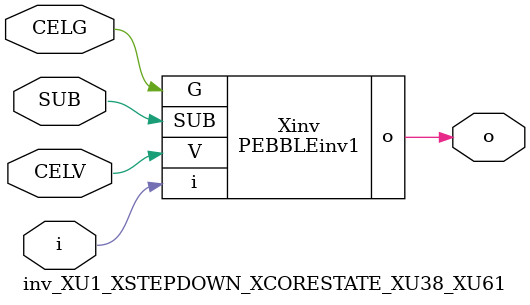
<source format=v>



module PEBBLEinv1 ( o, G, SUB, V, i );

  input V;
  input i;
  input G;
  output o;
  input SUB;
endmodule

//Celera Confidential Do Not Copy inv_XU1_XSTEPDOWN_XCORESTATE_XU38_XU61
//Celera Confidential Symbol Generator
//5V Inverter
module inv_XU1_XSTEPDOWN_XCORESTATE_XU38_XU61 (CELV,CELG,i,o,SUB);
input CELV;
input CELG;
input i;
input SUB;
output o;

//Celera Confidential Do Not Copy inv
PEBBLEinv1 Xinv(
.V (CELV),
.i (i),
.o (o),
.SUB (SUB),
.G (CELG)
);
//,diesize,PEBBLEinv1

//Celera Confidential Do Not Copy Module End
//Celera Schematic Generator
endmodule

</source>
